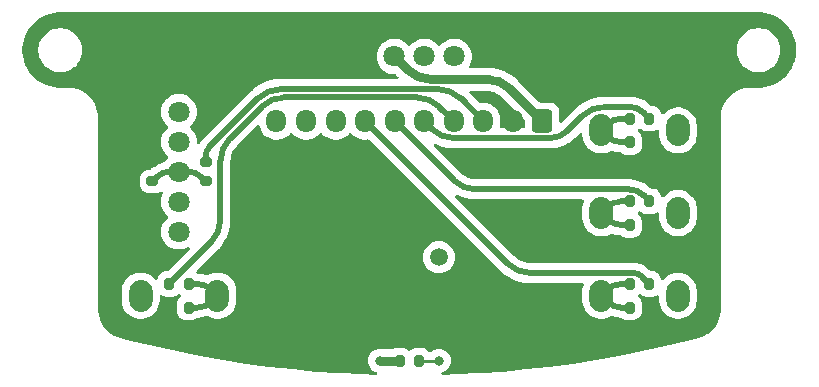
<source format=gbr>
%TF.GenerationSoftware,KiCad,Pcbnew,8.0.3*%
%TF.CreationDate,2024-11-12T18:15:59+09:00*%
%TF.ProjectId,UI-20240325,55492d32-3032-4343-9033-32352e6b6963,rev?*%
%TF.SameCoordinates,Original*%
%TF.FileFunction,Copper,L2,Bot*%
%TF.FilePolarity,Positive*%
%FSLAX46Y46*%
G04 Gerber Fmt 4.6, Leading zero omitted, Abs format (unit mm)*
G04 Created by KiCad (PCBNEW 8.0.3) date 2024-11-12 18:15:59*
%MOMM*%
%LPD*%
G01*
G04 APERTURE LIST*
G04 Aperture macros list*
%AMRoundRect*
0 Rectangle with rounded corners*
0 $1 Rounding radius*
0 $2 $3 $4 $5 $6 $7 $8 $9 X,Y pos of 4 corners*
0 Add a 4 corners polygon primitive as box body*
4,1,4,$2,$3,$4,$5,$6,$7,$8,$9,$2,$3,0*
0 Add four circle primitives for the rounded corners*
1,1,$1+$1,$2,$3*
1,1,$1+$1,$4,$5*
1,1,$1+$1,$6,$7*
1,1,$1+$1,$8,$9*
0 Add four rect primitives between the rounded corners*
20,1,$1+$1,$2,$3,$4,$5,0*
20,1,$1+$1,$4,$5,$6,$7,0*
20,1,$1+$1,$6,$7,$8,$9,0*
20,1,$1+$1,$8,$9,$2,$3,0*%
G04 Aperture macros list end*
%TA.AperFunction,ComponentPad*%
%ADD10O,2.000000X2.700000*%
%TD*%
%TA.AperFunction,ComponentPad*%
%ADD11R,1.800000X1.800000*%
%TD*%
%TA.AperFunction,ComponentPad*%
%ADD12C,1.800000*%
%TD*%
%TA.AperFunction,SMDPad,CuDef*%
%ADD13RoundRect,0.200000X-0.200000X-0.275000X0.200000X-0.275000X0.200000X0.275000X-0.200000X0.275000X0*%
%TD*%
%TA.AperFunction,SMDPad,CuDef*%
%ADD14RoundRect,0.200000X0.200000X0.275000X-0.200000X0.275000X-0.200000X-0.275000X0.200000X-0.275000X0*%
%TD*%
%TA.AperFunction,SMDPad,CuDef*%
%ADD15RoundRect,0.200000X-0.275000X0.200000X-0.275000X-0.200000X0.275000X-0.200000X0.275000X0.200000X0*%
%TD*%
%TA.AperFunction,ComponentPad*%
%ADD16RoundRect,0.250000X0.600000X0.725000X-0.600000X0.725000X-0.600000X-0.725000X0.600000X-0.725000X0*%
%TD*%
%TA.AperFunction,ComponentPad*%
%ADD17O,1.700000X1.950000*%
%TD*%
%TA.AperFunction,ComponentPad*%
%ADD18C,1.500000*%
%TD*%
%TA.AperFunction,ViaPad*%
%ADD19C,0.800000*%
%TD*%
%TA.AperFunction,Conductor*%
%ADD20C,0.500000*%
%TD*%
%TA.AperFunction,Conductor*%
%ADD21C,0.250000*%
%TD*%
%TA.AperFunction,Conductor*%
%ADD22C,0.750000*%
%TD*%
G04 APERTURE END LIST*
D10*
%TO.P,SW2,1,1*%
%TO.N,Net-(R3-Pad2)*%
X-16250000Y-24000000D03*
%TO.P,SW2,2,2*%
%TO.N,+3.3V*%
X-22750000Y-24000000D03*
%TD*%
%TO.P,SW4,1,1*%
%TO.N,Net-(R7-Pad2)*%
X16250000Y-17000000D03*
%TO.P,SW4,2,2*%
%TO.N,+3.3V*%
X22750000Y-17000000D03*
%TD*%
%TO.P,SW3,1,1*%
%TO.N,Net-(R5-Pad2)*%
X16250000Y-10000000D03*
%TO.P,SW3,2,2*%
%TO.N,+3.3V*%
X22750000Y-10000000D03*
%TD*%
%TO.P,SW5,1,1*%
%TO.N,Net-(R11-Pad2)*%
X16250000Y-24000000D03*
%TO.P,SW5,2,2*%
%TO.N,+3.3V*%
X22750000Y-24000000D03*
%TD*%
D11*
%TO.P,U1,1,GND*%
%TO.N,GND*%
X-3810000Y-3739997D03*
D12*
%TO.P,U1,2,VCC*%
%TO.N,+3.3V*%
X-1270000Y-3739997D03*
%TO.P,U1,3,SCL*%
%TO.N,SCL*%
X1270000Y-3739997D03*
%TO.P,U1,4,SDA*%
%TO.N,SDA*%
X3810000Y-3739997D03*
%TD*%
%TO.P,SW1,*%
%TO.N,*%
X-19500000Y-8420000D03*
X-19500000Y-18580000D03*
%TO.P,SW1,1,A*%
%TO.N,+3.3V*%
X-19500000Y-10960000D03*
%TO.P,SW1,2,B*%
%TO.N,Net-(SW1-B)*%
X-19500000Y-13500000D03*
%TO.P,SW1,3,C*%
%TO.N,unconnected-(SW1-C-Pad3)*%
X-19500000Y-16040000D03*
%TD*%
D13*
%TO.P,R10,1*%
%TO.N,+3.3V*%
X-825000Y-29500000D03*
%TO.P,R10,2*%
%TO.N,Net-(D1-A)*%
X825000Y-29500000D03*
%TD*%
D14*
%TO.P,R7,1*%
%TO.N,SW-TAC-4*%
X20325000Y-16000000D03*
%TO.P,R7,2*%
%TO.N,Net-(R7-Pad2)*%
X18675000Y-16000000D03*
%TD*%
%TO.P,R11,1*%
%TO.N,GND*%
X20325000Y-25000000D03*
%TO.P,R11,2*%
%TO.N,Net-(R11-Pad2)*%
X18675000Y-25000000D03*
%TD*%
D15*
%TO.P,R1,1*%
%TO.N,SW-TAC-1*%
X-17250000Y-12675000D03*
%TO.P,R1,2*%
%TO.N,Net-(SW1-B)*%
X-17250000Y-14325000D03*
%TD*%
D14*
%TO.P,R9,1*%
%TO.N,SW-TAC-5*%
X20325000Y-23000000D03*
%TO.P,R9,2*%
%TO.N,Net-(R11-Pad2)*%
X18675000Y-23000000D03*
%TD*%
%TO.P,R6,1*%
%TO.N,GND*%
X20325000Y-11000000D03*
%TO.P,R6,2*%
%TO.N,Net-(R5-Pad2)*%
X18675000Y-11000000D03*
%TD*%
D15*
%TO.P,R2,1*%
%TO.N,GND*%
X-21750000Y-12675000D03*
%TO.P,R2,2*%
%TO.N,Net-(SW1-B)*%
X-21750000Y-14325000D03*
%TD*%
D13*
%TO.P,R4,1*%
%TO.N,GND*%
X-20325000Y-25000000D03*
%TO.P,R4,2*%
%TO.N,Net-(R3-Pad2)*%
X-18675000Y-25000000D03*
%TD*%
D14*
%TO.P,R5,1*%
%TO.N,SW-TAC-3*%
X20325000Y-9000000D03*
%TO.P,R5,2*%
%TO.N,Net-(R5-Pad2)*%
X18675000Y-9000000D03*
%TD*%
D16*
%TO.P,J1,1,Pin_1*%
%TO.N,+3.3V*%
X11250000Y-9214997D03*
D17*
%TO.P,J1,2,Pin_2*%
%TO.N,GND*%
X8750000Y-9214997D03*
%TO.P,J1,3,Pin_3*%
%TO.N,SW-TAC-1*%
X6250000Y-9214997D03*
%TO.P,J1,4,Pin_4*%
%TO.N,SW-TAC-2*%
X3750000Y-9214997D03*
%TO.P,J1,5,Pin_5*%
%TO.N,SW-TAC-3*%
X1250000Y-9214997D03*
%TO.P,J1,6,Pin_6*%
%TO.N,SW-TAC-4*%
X-1250000Y-9214997D03*
%TO.P,J1,7,Pin_7*%
%TO.N,SW-TAC-5*%
X-3750000Y-9214997D03*
%TO.P,J1,8,Pin_8*%
%TO.N,SDA*%
X-6250000Y-9214997D03*
%TO.P,J1,9,Pin_9*%
%TO.N,SCL*%
X-8750000Y-9214997D03*
%TO.P,J1,10,Pin_10*%
%TO.N,BUZZER*%
X-11250000Y-9214997D03*
%TD*%
D14*
%TO.P,R8,1*%
%TO.N,GND*%
X20325000Y-18000000D03*
%TO.P,R8,2*%
%TO.N,Net-(R7-Pad2)*%
X18675000Y-18000000D03*
%TD*%
D13*
%TO.P,R3,1*%
%TO.N,SW-TAC-2*%
X-20325000Y-23000000D03*
%TO.P,R3,2*%
%TO.N,Net-(R3-Pad2)*%
X-18675000Y-23000000D03*
%TD*%
D18*
%TO.P,BZ1,1,+*%
%TO.N,BUZZER*%
X2500000Y-20739997D03*
%TO.P,BZ1,2,-*%
%TO.N,GND*%
X-2500000Y-20739997D03*
%TD*%
D19*
%TO.N,Net-(D1-A)*%
X2500000Y-29500000D03*
%TO.N,+3.3V*%
X-2500000Y-29500000D03*
%TD*%
D20*
%TO.N,Net-(SW1-B)*%
X-19868216Y-13500000D02*
X-19973420Y-13500000D01*
X-20183828Y-13500000D02*
X-20289033Y-13500000D01*
X-19026579Y-13500000D02*
X-19131785Y-13500000D01*
X-19973420Y-13500000D02*
X-20078624Y-13500000D01*
X-19289591Y-13500000D02*
X-19710409Y-13500000D01*
X-18921373Y-13500000D02*
X-19026579Y-13500000D01*
X-18710965Y-13500000D02*
X-18816169Y-13500000D01*
%TO.N,SW-TAC-3*%
X18617893Y-8000000D02*
X16551676Y-8000000D01*
X11978372Y-10639997D02*
X3682627Y-10639997D01*
X14627798Y-8796896D02*
X13354855Y-10069839D01*
X1962500Y-9927497D02*
X1250000Y-9214997D01*
X19825000Y-8500000D02*
X20325000Y-9000000D01*
X1962500Y-9927497D02*
G75*
G03*
X3682627Y-10639999I1720130J1720127D01*
G01*
X16551676Y-8000000D02*
G75*
G03*
X14627805Y-8796903I24J-2720800D01*
G01*
X18617893Y-8000000D02*
G75*
G02*
X19825002Y-8499998I7J-1707100D01*
G01*
X11978372Y-10639997D02*
G75*
G03*
X13354860Y-10069844I28J1946597D01*
G01*
%TO.N,SW-TAC-2*%
X-16796896Y-19471896D02*
X-20325000Y-23000000D01*
X608021Y-7200000D02*
X-10583068Y-7200000D01*
X-16000000Y-17548018D02*
X-16000000Y-12616931D01*
X-15203103Y-10693053D02*
X-12506946Y-7996896D01*
X2531899Y-7996896D02*
X3750000Y-9214997D01*
X-16000000Y-12616931D02*
G75*
G02*
X-15203103Y-10693053I2720777J-2D01*
G01*
X-10583068Y-7200000D02*
G75*
G03*
X-12506946Y-7996896I-2J-2720770D01*
G01*
X-16000000Y-17548018D02*
G75*
G02*
X-16796896Y-19471896I-2720770J-2D01*
G01*
X608021Y-7200000D02*
G75*
G02*
X2531899Y-7996896I2J-2720770D01*
G01*
%TO.N,SW-TAC-1*%
X4331899Y-7296896D02*
X6250000Y-9214997D01*
X-17250000Y-12212500D02*
X-17250000Y-12675000D01*
X-12796896Y-7296896D02*
X-16922963Y-11422963D01*
X-10873018Y-6500000D02*
X2408021Y-6500000D01*
X-17250000Y-12212500D02*
G75*
G02*
X-16922963Y-11422963I1116580J-3D01*
G01*
X4331899Y-7296896D02*
G75*
G03*
X2408021Y-6499998I-1923879J-1923874D01*
G01*
X-12796896Y-7296896D02*
G75*
G02*
X-10873018Y-6500000I1923876J-1923874D01*
G01*
D21*
%TO.N,Net-(D1-A)*%
X2500000Y-29500000D02*
X825000Y-29500000D01*
D22*
%TO.N,+3.3V*%
X8506899Y-6471896D02*
X11250000Y-9214997D01*
X6583021Y-5675000D02*
X1791984Y-5675000D01*
X-131893Y-4878103D02*
X-1270000Y-3739997D01*
X-2500000Y-29500000D02*
X-825000Y-29500000D01*
X-131893Y-4878103D02*
G75*
G03*
X1791984Y-5675000I1923878J1923875D01*
G01*
X8506899Y-6471896D02*
G75*
G03*
X6583021Y-5674998I-1923879J-1923874D01*
G01*
D20*
%TO.N,SW-TAC-4*%
X3738106Y-14203103D02*
X-1250000Y-9214997D01*
X19825000Y-15500000D02*
X20325000Y-16000000D01*
X18617893Y-15000000D02*
X5661984Y-15000000D01*
X3738106Y-14203103D02*
G75*
G03*
X5661984Y-15000002I1923884J1923883D01*
G01*
X19825000Y-15500000D02*
G75*
G03*
X18617893Y-15000003I-1207100J-1207100D01*
G01*
%TO.N,Net-(SW1-B)*%
X-19131785Y-13500000D02*
X-19289591Y-13500000D01*
X-21337500Y-13912500D02*
X-21750000Y-14325000D01*
X-17662500Y-13912500D02*
X-17250000Y-14325000D01*
X-20341636Y-13500000D02*
X-20289033Y-13500000D01*
X-19868216Y-13500000D02*
X-19710409Y-13500000D01*
X-18658363Y-13500000D02*
X-18710965Y-13500000D01*
X-18921373Y-13500000D02*
X-18816169Y-13500000D01*
X-20183828Y-13500000D02*
X-20078624Y-13500000D01*
X-20341636Y-13500000D02*
G75*
G03*
X-21337500Y-13912500I0J-1408365D01*
G01*
X-17662500Y-13912500D02*
G75*
G03*
X-18658363Y-13500000I-995860J-995856D01*
G01*
%TO.N,Net-(R5-Pad2)*%
X17957106Y-11000000D02*
X18675000Y-11000000D01*
X17957106Y-9000000D02*
X18675000Y-9000000D01*
X16750000Y-9500000D02*
G75*
G03*
X16750000Y-10500000I500000J-500000D01*
G01*
X17957106Y-11000000D02*
G75*
G02*
X16749998Y-10500002I-6J1707100D01*
G01*
X16750000Y-9500000D02*
G75*
G02*
X17957106Y-9000003I1207100J-1207100D01*
G01*
%TO.N,Net-(R7-Pad2)*%
X17957106Y-18000000D02*
X18675000Y-18000000D01*
X17957106Y-16000000D02*
X18675000Y-16000000D01*
X17957106Y-18000000D02*
G75*
G02*
X16749998Y-17500002I-6J1707100D01*
G01*
X17957106Y-16000000D02*
G75*
G03*
X16749998Y-16499998I-6J-1707100D01*
G01*
X16750000Y-17500000D02*
G75*
G02*
X16750000Y-16500000I500000J500000D01*
G01*
%TO.N,SW-TAC-5*%
X19716148Y-22391148D02*
X20325000Y-23000000D01*
X18952899Y-22075000D02*
X10236984Y-22075000D01*
X8313106Y-21278103D02*
X-3750000Y-9214997D01*
X18952899Y-22075000D02*
G75*
G02*
X19716149Y-22391147I1J-1079400D01*
G01*
X8313106Y-21278103D02*
G75*
G03*
X10236984Y-22075003I1923894J1923903D01*
G01*
%TO.N,Net-(R3-Pad2)*%
X-17957106Y-23000000D02*
X-18675000Y-23000000D01*
X-17957106Y-25000000D02*
X-18675000Y-25000000D01*
X-17957106Y-25000000D02*
G75*
G03*
X-16750000Y-24500000I-1J1707108D01*
G01*
X-16750000Y-23500000D02*
G75*
G03*
X-17957106Y-23000000I-1207103J-1207097D01*
G01*
X-16750000Y-23500000D02*
G75*
G02*
X-16750000Y-24500000I-499999J-500000D01*
G01*
%TO.N,Net-(R11-Pad2)*%
X17957106Y-25000000D02*
X18675000Y-25000000D01*
X17957106Y-23000000D02*
X18675000Y-23000000D01*
X16750000Y-24500000D02*
G75*
G02*
X16750000Y-23500000I500000J500000D01*
G01*
X16750000Y-23500000D02*
G75*
G02*
X17957106Y-23000003I1207100J-1207100D01*
G01*
X16750000Y-24500000D02*
G75*
G03*
X17957106Y-24999997I1207100J1207100D01*
G01*
%TD*%
%TA.AperFunction,Conductor*%
%TO.N,GND*%
G36*
X6587064Y-6650765D02*
G01*
X6802732Y-6664900D01*
X6818788Y-6667015D01*
X7026769Y-6708385D01*
X7042416Y-6712578D01*
X7243215Y-6780740D01*
X7258193Y-6786944D01*
X7448370Y-6880730D01*
X7462416Y-6888840D01*
X7638713Y-7006637D01*
X7651582Y-7016511D01*
X7814082Y-7159020D01*
X7819989Y-7164552D01*
X7881033Y-7225596D01*
X7885363Y-7229926D01*
X7885374Y-7229936D01*
X9763181Y-9107743D01*
X9796666Y-9169066D01*
X9799500Y-9195424D01*
X9799500Y-9665497D01*
X9779815Y-9732536D01*
X9727011Y-9778291D01*
X9675500Y-9789497D01*
X7792572Y-9789497D01*
X7725533Y-9769812D01*
X7679778Y-9717008D01*
X7669834Y-9647850D01*
X7670099Y-9646099D01*
X7700500Y-9454159D01*
X7700500Y-8975834D01*
X7664784Y-8750336D01*
X7619389Y-8610627D01*
X7594231Y-8533198D01*
X7594229Y-8533195D01*
X7594229Y-8533193D01*
X7536551Y-8419994D01*
X7490579Y-8329769D01*
X7356379Y-8145060D01*
X7194937Y-7983618D01*
X7010228Y-7849418D01*
X7009084Y-7848835D01*
X6806803Y-7745767D01*
X6589660Y-7675212D01*
X6364162Y-7639497D01*
X6364157Y-7639497D01*
X6135843Y-7639497D01*
X6135838Y-7639497D01*
X5975043Y-7664964D01*
X5905749Y-7656009D01*
X5867964Y-7630172D01*
X5099973Y-6862181D01*
X5066488Y-6800858D01*
X5071472Y-6731166D01*
X5113344Y-6675233D01*
X5178808Y-6650816D01*
X5187654Y-6650500D01*
X6492627Y-6650500D01*
X6578954Y-6650500D01*
X6587064Y-6650765D01*
G37*
%TD.AperFunction*%
%TA.AperFunction,Conductor*%
G36*
X29560855Y-12D02*
G01*
X29564854Y-68D01*
X29733491Y-2431D01*
X29745613Y-3198D01*
X30071376Y-39902D01*
X30089519Y-41947D01*
X30103227Y-44276D01*
X30439777Y-121091D01*
X30453139Y-124940D01*
X30778982Y-238957D01*
X30791824Y-244276D01*
X31102675Y-393975D01*
X31102845Y-394057D01*
X31115015Y-400783D01*
X31407311Y-584444D01*
X31418652Y-592491D01*
X31688547Y-807725D01*
X31698915Y-816991D01*
X31943008Y-1061084D01*
X31952274Y-1071452D01*
X32167508Y-1341347D01*
X32175555Y-1352688D01*
X32359216Y-1644984D01*
X32365942Y-1657154D01*
X32515720Y-1968169D01*
X32521042Y-1981017D01*
X32635059Y-2306860D01*
X32638908Y-2320222D01*
X32715723Y-2656772D01*
X32718052Y-2670480D01*
X32756703Y-3013510D01*
X32757483Y-3027394D01*
X32757483Y-3372605D01*
X32756703Y-3386489D01*
X32718052Y-3729519D01*
X32715723Y-3743227D01*
X32638908Y-4079777D01*
X32635059Y-4093139D01*
X32521042Y-4418982D01*
X32515720Y-4431830D01*
X32365942Y-4742845D01*
X32359216Y-4755015D01*
X32175555Y-5047311D01*
X32167508Y-5058652D01*
X31952274Y-5328547D01*
X31943008Y-5338915D01*
X31698915Y-5583008D01*
X31688547Y-5592274D01*
X31418652Y-5807508D01*
X31407311Y-5815555D01*
X31115015Y-5999216D01*
X31102845Y-6005942D01*
X30791830Y-6155720D01*
X30778982Y-6161042D01*
X30453139Y-6275059D01*
X30439777Y-6278908D01*
X30103227Y-6355723D01*
X30089519Y-6358052D01*
X29745625Y-6396800D01*
X29733479Y-6397568D01*
X29560856Y-6399988D01*
X29559118Y-6400000D01*
X28860007Y-6400000D01*
X28826331Y-6400528D01*
X28696318Y-6402567D01*
X28371739Y-6445298D01*
X28371725Y-6445301D01*
X28055510Y-6530030D01*
X28055500Y-6530033D01*
X27753055Y-6655310D01*
X27753045Y-6655314D01*
X27469528Y-6819002D01*
X27209799Y-7018298D01*
X27209792Y-7018304D01*
X26978309Y-7249787D01*
X26930371Y-7312261D01*
X26795146Y-7488490D01*
X26779008Y-7509521D01*
X26779002Y-7509529D01*
X26615319Y-7793034D01*
X26615314Y-7793045D01*
X26490034Y-8095498D01*
X26405299Y-8411732D01*
X26362568Y-8736298D01*
X26362568Y-8736310D01*
X26360007Y-8900011D01*
X26360007Y-25143433D01*
X26359992Y-25145363D01*
X26357563Y-25301378D01*
X26356511Y-25315680D01*
X26315540Y-25625979D01*
X26312357Y-25641931D01*
X26231374Y-25943249D01*
X26226131Y-25958648D01*
X26106398Y-26246783D01*
X26099184Y-26261363D01*
X25942766Y-26531340D01*
X25933706Y-26544850D01*
X25743287Y-26792037D01*
X25732536Y-26804244D01*
X25511408Y-27024369D01*
X25499151Y-27035065D01*
X25251107Y-27224352D01*
X25237556Y-27233351D01*
X24966862Y-27388544D01*
X24952250Y-27395691D01*
X24662677Y-27514480D01*
X24649143Y-27519139D01*
X24499077Y-27561285D01*
X24496883Y-27561880D01*
X23540308Y-27811712D01*
X23538136Y-27812258D01*
X21614281Y-28277755D01*
X21611787Y-28278331D01*
X19678906Y-28703980D01*
X19676400Y-28704505D01*
X17735127Y-29090167D01*
X17732612Y-29090640D01*
X15783782Y-29436152D01*
X15781257Y-29436573D01*
X13825680Y-29741787D01*
X13823147Y-29742155D01*
X11861782Y-30006925D01*
X11859241Y-30007242D01*
X9892703Y-30231483D01*
X9890157Y-30231746D01*
X7919505Y-30415338D01*
X7916954Y-30415549D01*
X5942938Y-30558424D01*
X5940384Y-30558583D01*
X3963789Y-30660682D01*
X3961231Y-30660788D01*
X2845686Y-30695342D01*
X2778069Y-30677742D01*
X2730702Y-30626380D01*
X2718622Y-30557562D01*
X2745665Y-30493139D01*
X2803245Y-30453562D01*
X2805801Y-30452756D01*
X2884727Y-30428814D01*
X3058538Y-30335910D01*
X3210883Y-30210883D01*
X3335910Y-30058538D01*
X3428814Y-29884727D01*
X3486024Y-29696132D01*
X3505341Y-29500000D01*
X3486024Y-29303868D01*
X3428814Y-29115273D01*
X3428811Y-29115269D01*
X3428811Y-29115266D01*
X3335913Y-28941467D01*
X3335909Y-28941460D01*
X3210883Y-28789116D01*
X3058539Y-28664090D01*
X3058532Y-28664086D01*
X2884733Y-28571188D01*
X2884727Y-28571186D01*
X2696132Y-28513976D01*
X2696129Y-28513975D01*
X2500000Y-28494659D01*
X2303870Y-28513975D01*
X2115266Y-28571188D01*
X1941467Y-28664086D01*
X1941460Y-28664090D01*
X1841225Y-28746353D01*
X1776916Y-28773666D01*
X1762560Y-28774500D01*
X1755810Y-28774500D01*
X1688771Y-28754815D01*
X1658865Y-28727815D01*
X1654816Y-28722738D01*
X1527262Y-28595184D01*
X1374523Y-28499211D01*
X1204254Y-28439631D01*
X1204249Y-28439630D01*
X1069960Y-28424500D01*
X1069954Y-28424500D01*
X580046Y-28424500D01*
X580039Y-28424500D01*
X445750Y-28439630D01*
X445745Y-28439631D01*
X275476Y-28499211D01*
X122737Y-28595184D01*
X87681Y-28630241D01*
X26358Y-28663726D01*
X-43334Y-28658742D01*
X-87681Y-28630241D01*
X-122737Y-28595184D01*
X-275476Y-28499211D01*
X-445745Y-28439631D01*
X-445750Y-28439630D01*
X-580039Y-28424500D01*
X-580046Y-28424500D01*
X-1069954Y-28424500D01*
X-1069960Y-28424500D01*
X-1204249Y-28439630D01*
X-1204254Y-28439631D01*
X-1374525Y-28499212D01*
X-1384523Y-28505494D01*
X-1450494Y-28524500D01*
X-2250781Y-28524500D01*
X-2286774Y-28519161D01*
X-2290613Y-28517996D01*
X-2303869Y-28513975D01*
X-2500000Y-28494659D01*
X-2696129Y-28513975D01*
X-2696132Y-28513976D01*
X-2884727Y-28571186D01*
X-2884733Y-28571188D01*
X-3058532Y-28664086D01*
X-3058539Y-28664090D01*
X-3210883Y-28789116D01*
X-3335909Y-28941460D01*
X-3335913Y-28941467D01*
X-3428811Y-29115266D01*
X-3428811Y-29115269D01*
X-3428814Y-29115273D01*
X-3486024Y-29303868D01*
X-3505341Y-29500000D01*
X-3486024Y-29696132D01*
X-3428814Y-29884727D01*
X-3335910Y-30058538D01*
X-3210883Y-30210883D01*
X-3058538Y-30335910D01*
X-2884727Y-30428814D01*
X-2805850Y-30452741D01*
X-2747413Y-30491038D01*
X-2718957Y-30554850D01*
X-2729517Y-30623917D01*
X-2775741Y-30676311D01*
X-2842954Y-30695396D01*
X-2845686Y-30695342D01*
X-3961231Y-30660788D01*
X-3963789Y-30660682D01*
X-5940384Y-30558583D01*
X-5942938Y-30558424D01*
X-7916954Y-30415549D01*
X-7919505Y-30415338D01*
X-9890157Y-30231746D01*
X-9892703Y-30231483D01*
X-11859241Y-30007242D01*
X-11861782Y-30006925D01*
X-13823147Y-29742155D01*
X-13825680Y-29741787D01*
X-15781257Y-29436573D01*
X-15783782Y-29436152D01*
X-17732612Y-29090640D01*
X-17735127Y-29090167D01*
X-19676400Y-28704505D01*
X-19678906Y-28703980D01*
X-21611787Y-28278331D01*
X-21614281Y-28277755D01*
X-23538136Y-27812258D01*
X-23540308Y-27811712D01*
X-24496911Y-27561873D01*
X-24499111Y-27561277D01*
X-24649141Y-27519132D01*
X-24662670Y-27514474D01*
X-24952253Y-27395667D01*
X-24966865Y-27388519D01*
X-25237548Y-27233318D01*
X-25251099Y-27224319D01*
X-25499143Y-27035017D01*
X-25511399Y-27024321D01*
X-25732524Y-26804183D01*
X-25743274Y-26791976D01*
X-25933686Y-26544782D01*
X-25942746Y-26531271D01*
X-26099157Y-26261285D01*
X-26106370Y-26246706D01*
X-26226096Y-25958565D01*
X-26231339Y-25943166D01*
X-26312316Y-25641835D01*
X-26315498Y-25625883D01*
X-26356463Y-25315576D01*
X-26357515Y-25301303D01*
X-26359350Y-25184943D01*
X-26359991Y-25144300D01*
X-26359992Y-25144256D01*
X-26360007Y-25142300D01*
X-26360007Y-23524038D01*
X-24350500Y-23524038D01*
X-24350500Y-24475962D01*
X-24311090Y-24724785D01*
X-24233241Y-24964379D01*
X-24118870Y-25188845D01*
X-23970793Y-25392656D01*
X-23792656Y-25570793D01*
X-23588845Y-25718870D01*
X-23364379Y-25833241D01*
X-23124785Y-25911090D01*
X-22875962Y-25950500D01*
X-22875961Y-25950500D01*
X-22624039Y-25950500D01*
X-22624038Y-25950500D01*
X-22375215Y-25911090D01*
X-22135621Y-25833241D01*
X-22135618Y-25833239D01*
X-22135616Y-25833239D01*
X-22025756Y-25777262D01*
X-21911155Y-25718870D01*
X-21781297Y-25624523D01*
X-21707350Y-25570798D01*
X-21707345Y-25570794D01*
X-21529205Y-25392654D01*
X-21529201Y-25392649D01*
X-21381132Y-25188848D01*
X-21357991Y-25143433D01*
X-21345413Y-25118747D01*
X-21266760Y-24964383D01*
X-21188910Y-24724785D01*
X-21181823Y-24680039D01*
X-21149500Y-24475962D01*
X-21149500Y-24052370D01*
X-21129815Y-23985331D01*
X-21077011Y-23939576D01*
X-21007853Y-23929632D01*
X-20959528Y-23947375D01*
X-20874522Y-24000789D01*
X-20704255Y-24060368D01*
X-20704252Y-24060368D01*
X-20704249Y-24060369D01*
X-20637104Y-24067934D01*
X-20569958Y-24075499D01*
X-20569957Y-24075500D01*
X-20569954Y-24075500D01*
X-20080043Y-24075500D01*
X-20080040Y-24075499D01*
X-20036246Y-24070565D01*
X-19945750Y-24060369D01*
X-19945745Y-24060368D01*
X-19859107Y-24030052D01*
X-19775478Y-24000789D01*
X-19622738Y-23904816D01*
X-19587681Y-23869759D01*
X-19526358Y-23836274D01*
X-19456666Y-23841258D01*
X-19412319Y-23869759D01*
X-19372338Y-23909740D01*
X-19373772Y-23911174D01*
X-19339332Y-23960241D01*
X-19336482Y-24030052D01*
X-19371827Y-24090322D01*
X-19376122Y-24094044D01*
X-19377262Y-24095184D01*
X-19504816Y-24222738D01*
X-19600789Y-24375478D01*
X-19635950Y-24475962D01*
X-19660368Y-24545745D01*
X-19660369Y-24545750D01*
X-19675499Y-24680039D01*
X-19675500Y-24680043D01*
X-19675500Y-25319956D01*
X-19675499Y-25319960D01*
X-19667309Y-25392656D01*
X-19660368Y-25454255D01*
X-19600789Y-25624522D01*
X-19504816Y-25777262D01*
X-19377262Y-25904816D01*
X-19224522Y-26000789D01*
X-19054255Y-26060368D01*
X-19054252Y-26060368D01*
X-19054249Y-26060369D01*
X-18987104Y-26067934D01*
X-18919958Y-26075499D01*
X-18919957Y-26075500D01*
X-18919954Y-26075500D01*
X-18430043Y-26075500D01*
X-18430040Y-26075499D01*
X-18386246Y-26070565D01*
X-18295750Y-26060369D01*
X-18295745Y-26060368D01*
X-18125478Y-26000789D01*
X-17972738Y-25904816D01*
X-17954740Y-25886818D01*
X-17893417Y-25853333D01*
X-17867059Y-25850499D01*
X-17813471Y-25850499D01*
X-17813468Y-25850498D01*
X-17718321Y-25839778D01*
X-17528030Y-25818338D01*
X-17528025Y-25818337D01*
X-17528016Y-25818336D01*
X-17247954Y-25754413D01*
X-17247942Y-25754409D01*
X-17162295Y-25724440D01*
X-17092516Y-25720878D01*
X-17065049Y-25730994D01*
X-16864379Y-25833241D01*
X-16624785Y-25911090D01*
X-16375962Y-25950500D01*
X-16375961Y-25950500D01*
X-16124039Y-25950500D01*
X-16124038Y-25950500D01*
X-15875215Y-25911090D01*
X-15635621Y-25833241D01*
X-15635618Y-25833239D01*
X-15635616Y-25833239D01*
X-15525756Y-25777262D01*
X-15411155Y-25718870D01*
X-15281297Y-25624523D01*
X-15207350Y-25570798D01*
X-15207345Y-25570794D01*
X-15029205Y-25392654D01*
X-15029201Y-25392649D01*
X-14881132Y-25188848D01*
X-14857991Y-25143433D01*
X-14845413Y-25118747D01*
X-14766760Y-24964383D01*
X-14688910Y-24724785D01*
X-14681823Y-24680039D01*
X-14649500Y-24475962D01*
X-14649500Y-23524038D01*
X-14688910Y-23275215D01*
X-14688910Y-23275214D01*
X-14766760Y-23035616D01*
X-14881132Y-22811151D01*
X-15029201Y-22607350D01*
X-15029205Y-22607345D01*
X-15207345Y-22429205D01*
X-15207350Y-22429201D01*
X-15411151Y-22281132D01*
X-15635616Y-22166760D01*
X-15875214Y-22088910D01*
X-15999626Y-22069205D01*
X-16124038Y-22049500D01*
X-16375962Y-22049500D01*
X-16537340Y-22075060D01*
X-16624785Y-22088910D01*
X-16864383Y-22166760D01*
X-17065042Y-22269002D01*
X-17133711Y-22281898D01*
X-17162291Y-22275559D01*
X-17247952Y-22245585D01*
X-17247954Y-22245584D01*
X-17528013Y-22181663D01*
X-17528031Y-22181660D01*
X-17813468Y-22149500D01*
X-17813475Y-22149500D01*
X-17867060Y-22149500D01*
X-17934099Y-22129815D01*
X-17954741Y-22113181D01*
X-17972737Y-22095184D01*
X-17972742Y-22095180D01*
X-17991331Y-22083500D01*
X-18037621Y-22031165D01*
X-18048268Y-21962111D01*
X-18019891Y-21898263D01*
X-18013038Y-21890827D01*
X-16862207Y-20739996D01*
X1144341Y-20739996D01*
X1144341Y-20739997D01*
X1164936Y-20975400D01*
X1164938Y-20975410D01*
X1226094Y-21203652D01*
X1226096Y-21203656D01*
X1226097Y-21203660D01*
X1325965Y-21417827D01*
X1325967Y-21417831D01*
X1434281Y-21572518D01*
X1461505Y-21611398D01*
X1628599Y-21778492D01*
X1676379Y-21811948D01*
X1822165Y-21914029D01*
X1822167Y-21914030D01*
X1822170Y-21914032D01*
X2036337Y-22013900D01*
X2264592Y-22075060D01*
X2422895Y-22088910D01*
X2499999Y-22095656D01*
X2500000Y-22095656D01*
X2500001Y-22095656D01*
X2539234Y-22092223D01*
X2735408Y-22075060D01*
X2963663Y-22013900D01*
X3177830Y-21914032D01*
X3371401Y-21778492D01*
X3538495Y-21611398D01*
X3674035Y-21417827D01*
X3773903Y-21203660D01*
X3835063Y-20975405D01*
X3855659Y-20739997D01*
X3835063Y-20504589D01*
X3773903Y-20276334D01*
X3674035Y-20062168D01*
X3658213Y-20039571D01*
X3538494Y-19868594D01*
X3371402Y-19701503D01*
X3371395Y-19701498D01*
X3177834Y-19565964D01*
X3177830Y-19565962D01*
X3177828Y-19565961D01*
X2963663Y-19466094D01*
X2963659Y-19466093D01*
X2963655Y-19466091D01*
X2735413Y-19404935D01*
X2735403Y-19404933D01*
X2500001Y-19384338D01*
X2499999Y-19384338D01*
X2264596Y-19404933D01*
X2264586Y-19404935D01*
X2036344Y-19466091D01*
X2036335Y-19466095D01*
X1822171Y-19565961D01*
X1822169Y-19565962D01*
X1628597Y-19701502D01*
X1461505Y-19868594D01*
X1325965Y-20062166D01*
X1325964Y-20062168D01*
X1226098Y-20276332D01*
X1226094Y-20276341D01*
X1164938Y-20504583D01*
X1164936Y-20504593D01*
X1144341Y-20739996D01*
X-16862207Y-20739996D01*
X-16136269Y-20014058D01*
X-16071443Y-19949232D01*
X-16005266Y-19868596D01*
X-15848844Y-19677995D01*
X-15848827Y-19677972D01*
X-15653901Y-19386243D01*
X-15653896Y-19386234D01*
X-15488490Y-19076783D01*
X-15488488Y-19076778D01*
X-15487958Y-19075500D01*
X-15457012Y-19000789D01*
X-15354207Y-18752600D01*
X-15252345Y-18416803D01*
X-15252342Y-18416792D01*
X-15183892Y-18072663D01*
X-15159958Y-17829654D01*
X-15149500Y-17723463D01*
X-15149500Y-17548017D01*
X-15149500Y-17458626D01*
X-15149500Y-12620981D01*
X-15149234Y-12612870D01*
X-15134030Y-12380921D01*
X-15131913Y-12364841D01*
X-15087357Y-12140842D01*
X-15083159Y-12125175D01*
X-15009745Y-11908904D01*
X-15003538Y-11893918D01*
X-14902524Y-11689083D01*
X-14894414Y-11675036D01*
X-14767528Y-11485137D01*
X-14757654Y-11472269D01*
X-14745909Y-11458877D01*
X-14604389Y-11297503D01*
X-14598842Y-11291581D01*
X-12880912Y-9573651D01*
X-12819589Y-9540166D01*
X-12749897Y-9545150D01*
X-12693964Y-9587022D01*
X-12670758Y-9641932D01*
X-12664784Y-9679657D01*
X-12594231Y-9896796D01*
X-12490579Y-10100225D01*
X-12356379Y-10284934D01*
X-12194937Y-10446376D01*
X-12010228Y-10580576D01*
X-11806799Y-10684228D01*
X-11605261Y-10749712D01*
X-11589660Y-10754781D01*
X-11364162Y-10790497D01*
X-11364157Y-10790497D01*
X-11135838Y-10790497D01*
X-10910339Y-10754781D01*
X-10779213Y-10712175D01*
X-10693201Y-10684228D01*
X-10693198Y-10684226D01*
X-10693196Y-10684226D01*
X-10585884Y-10629547D01*
X-10489772Y-10580576D01*
X-10305063Y-10446376D01*
X-10143621Y-10284934D01*
X-10100316Y-10225330D01*
X-10044988Y-10182667D01*
X-9975374Y-10176688D01*
X-9913579Y-10209294D01*
X-9899686Y-10225326D01*
X-9856379Y-10284934D01*
X-9694937Y-10446376D01*
X-9510228Y-10580576D01*
X-9306799Y-10684228D01*
X-9105261Y-10749712D01*
X-9089660Y-10754781D01*
X-8864162Y-10790497D01*
X-8864157Y-10790497D01*
X-8635838Y-10790497D01*
X-8410339Y-10754781D01*
X-8279213Y-10712175D01*
X-8193201Y-10684228D01*
X-8193198Y-10684226D01*
X-8193196Y-10684226D01*
X-8085884Y-10629547D01*
X-7989772Y-10580576D01*
X-7805063Y-10446376D01*
X-7643621Y-10284934D01*
X-7600316Y-10225330D01*
X-7544988Y-10182667D01*
X-7475374Y-10176688D01*
X-7413579Y-10209294D01*
X-7399686Y-10225326D01*
X-7356379Y-10284934D01*
X-7194937Y-10446376D01*
X-7010228Y-10580576D01*
X-6806799Y-10684228D01*
X-6605261Y-10749712D01*
X-6589660Y-10754781D01*
X-6364162Y-10790497D01*
X-6364157Y-10790497D01*
X-6135838Y-10790497D01*
X-5910339Y-10754781D01*
X-5779213Y-10712175D01*
X-5693201Y-10684228D01*
X-5693198Y-10684226D01*
X-5693196Y-10684226D01*
X-5585884Y-10629547D01*
X-5489772Y-10580576D01*
X-5305063Y-10446376D01*
X-5143621Y-10284934D01*
X-5100316Y-10225330D01*
X-5044988Y-10182667D01*
X-4975374Y-10176688D01*
X-4913579Y-10209294D01*
X-4899686Y-10225326D01*
X-4856379Y-10284934D01*
X-4694937Y-10446376D01*
X-4510228Y-10580576D01*
X-4306799Y-10684228D01*
X-4105261Y-10749712D01*
X-4089660Y-10754781D01*
X-3864162Y-10790497D01*
X-3864157Y-10790497D01*
X-3635844Y-10790497D01*
X-3635843Y-10790497D01*
X-3475040Y-10765028D01*
X-3405750Y-10773982D01*
X-3367967Y-10799817D01*
X2356253Y-16524038D01*
X7644163Y-21811948D01*
X7644184Y-21811971D01*
X7770294Y-21938081D01*
X7770300Y-21938085D01*
X7774859Y-21942644D01*
X7774906Y-21942687D01*
X7835774Y-22003554D01*
X8107016Y-22226156D01*
X8398770Y-22421100D01*
X8398779Y-22421105D01*
X8398781Y-22421106D01*
X8708219Y-22586505D01*
X8708221Y-22586505D01*
X8708227Y-22586509D01*
X8905801Y-22668347D01*
X9032401Y-22720787D01*
X9032405Y-22720788D01*
X9032407Y-22720789D01*
X9368187Y-22822648D01*
X9712334Y-22891104D01*
X10061534Y-22925499D01*
X10143215Y-22925499D01*
X10143227Y-22925500D01*
X10236979Y-22925500D01*
X10326370Y-22925501D01*
X10326375Y-22925500D01*
X14631868Y-22925500D01*
X14698907Y-22945185D01*
X14744662Y-22997989D01*
X14754606Y-23067147D01*
X14749799Y-23087818D01*
X14688910Y-23275210D01*
X14688910Y-23275213D01*
X14688910Y-23275214D01*
X14688910Y-23275215D01*
X14649500Y-23524038D01*
X14649500Y-24475962D01*
X14681823Y-24680039D01*
X14688910Y-24724785D01*
X14766760Y-24964383D01*
X14845413Y-25118747D01*
X14857991Y-25143433D01*
X14881132Y-25188848D01*
X15029201Y-25392649D01*
X15029205Y-25392654D01*
X15207345Y-25570794D01*
X15207350Y-25570798D01*
X15281297Y-25624523D01*
X15411155Y-25718870D01*
X15525756Y-25777262D01*
X15635616Y-25833239D01*
X15635618Y-25833239D01*
X15635621Y-25833241D01*
X15875215Y-25911090D01*
X16124038Y-25950500D01*
X16124039Y-25950500D01*
X16375961Y-25950500D01*
X16375962Y-25950500D01*
X16624785Y-25911090D01*
X16864379Y-25833241D01*
X17065043Y-25730997D01*
X17133710Y-25718102D01*
X17162290Y-25724441D01*
X17216612Y-25743448D01*
X17247955Y-25754416D01*
X17528018Y-25818338D01*
X17528021Y-25818338D01*
X17528024Y-25818339D01*
X17649606Y-25832037D01*
X17813477Y-25850501D01*
X17867059Y-25850500D01*
X17934098Y-25870183D01*
X17954740Y-25886818D01*
X17972738Y-25904816D01*
X18125478Y-26000789D01*
X18295745Y-26060368D01*
X18295750Y-26060369D01*
X18386246Y-26070565D01*
X18430040Y-26075499D01*
X18430043Y-26075500D01*
X18430046Y-26075500D01*
X18919957Y-26075500D01*
X18919958Y-26075499D01*
X18987104Y-26067934D01*
X19054249Y-26060369D01*
X19054252Y-26060368D01*
X19054255Y-26060368D01*
X19224522Y-26000789D01*
X19377262Y-25904816D01*
X19504816Y-25777262D01*
X19600789Y-25624522D01*
X19660368Y-25454255D01*
X19667309Y-25392656D01*
X19675499Y-25319960D01*
X19675500Y-25319956D01*
X19675500Y-24680043D01*
X19675499Y-24680039D01*
X19660369Y-24545750D01*
X19660368Y-24545745D01*
X19635950Y-24475962D01*
X19600789Y-24375478D01*
X19504816Y-24222738D01*
X19377262Y-24095184D01*
X19372338Y-24090260D01*
X19373772Y-24088825D01*
X19339332Y-24039759D01*
X19336482Y-23969948D01*
X19371827Y-23909678D01*
X19376122Y-23905955D01*
X19377259Y-23904817D01*
X19377262Y-23904816D01*
X19412319Y-23869759D01*
X19473642Y-23836274D01*
X19543334Y-23841258D01*
X19587681Y-23869759D01*
X19622738Y-23904816D01*
X19775478Y-24000789D01*
X19859107Y-24030052D01*
X19945745Y-24060368D01*
X19945750Y-24060369D01*
X20036246Y-24070565D01*
X20080040Y-24075499D01*
X20080043Y-24075500D01*
X20080046Y-24075500D01*
X20569957Y-24075500D01*
X20569958Y-24075499D01*
X20637104Y-24067934D01*
X20704249Y-24060369D01*
X20704252Y-24060368D01*
X20704255Y-24060368D01*
X20874522Y-24000789D01*
X20959528Y-23947375D01*
X21026764Y-23928376D01*
X21093600Y-23948744D01*
X21138814Y-24002011D01*
X21149500Y-24052370D01*
X21149500Y-24475962D01*
X21181823Y-24680039D01*
X21188910Y-24724785D01*
X21266760Y-24964383D01*
X21345413Y-25118747D01*
X21357991Y-25143433D01*
X21381132Y-25188848D01*
X21529201Y-25392649D01*
X21529205Y-25392654D01*
X21707345Y-25570794D01*
X21707350Y-25570798D01*
X21781297Y-25624523D01*
X21911155Y-25718870D01*
X22025756Y-25777262D01*
X22135616Y-25833239D01*
X22135618Y-25833239D01*
X22135621Y-25833241D01*
X22375215Y-25911090D01*
X22624038Y-25950500D01*
X22624039Y-25950500D01*
X22875961Y-25950500D01*
X22875962Y-25950500D01*
X23124785Y-25911090D01*
X23364379Y-25833241D01*
X23588845Y-25718870D01*
X23792656Y-25570793D01*
X23970793Y-25392656D01*
X24118870Y-25188845D01*
X24233241Y-24964379D01*
X24311090Y-24724785D01*
X24350500Y-24475962D01*
X24350500Y-23524038D01*
X24311090Y-23275215D01*
X24233241Y-23035621D01*
X24233239Y-23035618D01*
X24233239Y-23035616D01*
X24177132Y-22925501D01*
X24118870Y-22811155D01*
X24099952Y-22785117D01*
X23970798Y-22607350D01*
X23970794Y-22607345D01*
X23792654Y-22429205D01*
X23792649Y-22429201D01*
X23588848Y-22281132D01*
X23588847Y-22281131D01*
X23588845Y-22281130D01*
X23518747Y-22245413D01*
X23364383Y-22166760D01*
X23124785Y-22088910D01*
X23037340Y-22075060D01*
X22875962Y-22049500D01*
X22624038Y-22049500D01*
X22499626Y-22069205D01*
X22375214Y-22088910D01*
X22135616Y-22166760D01*
X21911151Y-22281132D01*
X21707350Y-22429201D01*
X21707345Y-22429205D01*
X21529205Y-22607345D01*
X21527516Y-22609323D01*
X21526687Y-22609863D01*
X21525762Y-22610789D01*
X21525567Y-22610594D01*
X21469002Y-22647505D01*
X21399134Y-22647991D01*
X21340094Y-22610627D01*
X21312962Y-22552293D01*
X21311917Y-22552532D01*
X21310803Y-22547651D01*
X21310628Y-22547275D01*
X21310506Y-22546351D01*
X21310368Y-22545745D01*
X21250789Y-22375478D01*
X21154816Y-22222738D01*
X21027262Y-22095184D01*
X20995232Y-22075058D01*
X20874523Y-21999211D01*
X20704254Y-21939631D01*
X20704249Y-21939630D01*
X20569960Y-21924500D01*
X20569954Y-21924500D01*
X20503651Y-21924500D01*
X20436612Y-21904815D01*
X20415970Y-21888181D01*
X20353861Y-21826072D01*
X20353858Y-21826067D01*
X20317541Y-21789751D01*
X20317542Y-21789751D01*
X20228098Y-21700308D01*
X20228093Y-21700304D01*
X20228091Y-21700302D01*
X20027389Y-21546298D01*
X20027387Y-21546297D01*
X19808311Y-21419815D01*
X19808294Y-21419806D01*
X19574583Y-21323000D01*
X19574576Y-21322998D01*
X19574574Y-21322997D01*
X19478210Y-21297176D01*
X19330219Y-21257523D01*
X19330206Y-21257520D01*
X19079399Y-21224501D01*
X19079396Y-21224500D01*
X19079390Y-21224500D01*
X19079383Y-21224500D01*
X10241042Y-21224500D01*
X10232931Y-21224234D01*
X10000977Y-21209029D01*
X9984897Y-21206912D01*
X9760898Y-21162356D01*
X9745230Y-21158158D01*
X9528960Y-21084743D01*
X9513975Y-21078536D01*
X9309138Y-20977521D01*
X9295091Y-20969411D01*
X9105192Y-20842525D01*
X9092324Y-20832651D01*
X8917513Y-20679346D01*
X8911605Y-20673813D01*
X8851290Y-20613498D01*
X8851289Y-20613497D01*
X8846959Y-20609167D01*
X8846948Y-20609157D01*
X3899550Y-15661758D01*
X3866065Y-15600435D01*
X3871049Y-15530743D01*
X3912921Y-15474810D01*
X3978385Y-15450393D01*
X4045684Y-15464719D01*
X4133218Y-15511507D01*
X4133220Y-15511507D01*
X4133226Y-15511511D01*
X4457406Y-15645791D01*
X4793188Y-15747650D01*
X5137336Y-15816106D01*
X5486537Y-15850500D01*
X5578217Y-15850500D01*
X14658733Y-15850500D01*
X14725772Y-15870185D01*
X14771527Y-15922989D01*
X14781471Y-15992147D01*
X14769217Y-16030797D01*
X14766760Y-16035617D01*
X14765335Y-16040005D01*
X14688910Y-16275215D01*
X14649500Y-16524038D01*
X14649500Y-17475962D01*
X14660913Y-17548019D01*
X14688910Y-17724785D01*
X14766760Y-17964383D01*
X14881132Y-18188848D01*
X15029201Y-18392649D01*
X15029205Y-18392654D01*
X15207345Y-18570794D01*
X15207350Y-18570798D01*
X15281297Y-18624523D01*
X15411155Y-18718870D01*
X15525756Y-18777262D01*
X15635616Y-18833239D01*
X15635618Y-18833239D01*
X15635621Y-18833241D01*
X15875215Y-18911090D01*
X16124038Y-18950500D01*
X16124039Y-18950500D01*
X16375961Y-18950500D01*
X16375962Y-18950500D01*
X16624785Y-18911090D01*
X16864379Y-18833241D01*
X17065043Y-18730997D01*
X17133710Y-18718102D01*
X17162290Y-18724441D01*
X17216612Y-18743448D01*
X17247955Y-18754416D01*
X17528018Y-18818338D01*
X17528021Y-18818338D01*
X17528024Y-18818339D01*
X17649606Y-18832037D01*
X17813477Y-18850501D01*
X17867059Y-18850500D01*
X17934098Y-18870183D01*
X17954741Y-18886819D01*
X17972738Y-18904816D01*
X18125478Y-19000789D01*
X18295745Y-19060368D01*
X18295750Y-19060369D01*
X18371300Y-19068881D01*
X18430040Y-19075499D01*
X18430043Y-19075500D01*
X18430046Y-19075500D01*
X18919957Y-19075500D01*
X18919958Y-19075499D01*
X18987104Y-19067934D01*
X19054249Y-19060369D01*
X19054252Y-19060368D01*
X19054255Y-19060368D01*
X19224522Y-19000789D01*
X19377262Y-18904816D01*
X19504816Y-18777262D01*
X19600789Y-18624522D01*
X19660368Y-18454255D01*
X19667309Y-18392656D01*
X19667934Y-18387104D01*
X19675500Y-18319954D01*
X19675500Y-17680046D01*
X19661080Y-17552061D01*
X19660369Y-17545750D01*
X19660368Y-17545745D01*
X19635950Y-17475962D01*
X19600789Y-17375478D01*
X19504816Y-17222738D01*
X19377262Y-17095184D01*
X19372338Y-17090260D01*
X19373772Y-17088825D01*
X19339332Y-17039759D01*
X19336482Y-16969948D01*
X19371827Y-16909678D01*
X19376122Y-16905955D01*
X19377259Y-16904817D01*
X19377262Y-16904816D01*
X19412319Y-16869759D01*
X19473642Y-16836274D01*
X19543334Y-16841258D01*
X19587681Y-16869759D01*
X19622738Y-16904816D01*
X19775478Y-17000789D01*
X19886848Y-17039759D01*
X19945745Y-17060368D01*
X19945750Y-17060369D01*
X20036246Y-17070565D01*
X20080040Y-17075499D01*
X20080043Y-17075500D01*
X20080046Y-17075500D01*
X20569957Y-17075500D01*
X20569958Y-17075499D01*
X20637104Y-17067934D01*
X20704249Y-17060369D01*
X20704252Y-17060368D01*
X20704255Y-17060368D01*
X20874522Y-17000789D01*
X20959528Y-16947375D01*
X21026764Y-16928376D01*
X21093600Y-16948744D01*
X21138814Y-17002011D01*
X21149500Y-17052370D01*
X21149500Y-17475962D01*
X21160913Y-17548019D01*
X21188910Y-17724785D01*
X21266760Y-17964383D01*
X21381132Y-18188848D01*
X21529201Y-18392649D01*
X21529205Y-18392654D01*
X21707345Y-18570794D01*
X21707350Y-18570798D01*
X21781297Y-18624523D01*
X21911155Y-18718870D01*
X22025756Y-18777262D01*
X22135616Y-18833239D01*
X22135618Y-18833239D01*
X22135621Y-18833241D01*
X22375215Y-18911090D01*
X22624038Y-18950500D01*
X22624039Y-18950500D01*
X22875961Y-18950500D01*
X22875962Y-18950500D01*
X23124785Y-18911090D01*
X23364379Y-18833241D01*
X23588845Y-18718870D01*
X23792656Y-18570793D01*
X23970793Y-18392656D01*
X24118870Y-18188845D01*
X24233241Y-17964379D01*
X24311090Y-17724785D01*
X24350500Y-17475962D01*
X24350500Y-16524038D01*
X24311090Y-16275215D01*
X24233241Y-16035621D01*
X24233239Y-16035617D01*
X24233239Y-16035616D01*
X24138917Y-15850500D01*
X24118870Y-15811155D01*
X23999972Y-15647505D01*
X23970798Y-15607350D01*
X23970794Y-15607345D01*
X23792654Y-15429205D01*
X23792649Y-15429201D01*
X23588848Y-15281132D01*
X23588847Y-15281131D01*
X23588845Y-15281130D01*
X23490593Y-15231068D01*
X23364383Y-15166760D01*
X23124785Y-15088910D01*
X22875962Y-15049500D01*
X22624038Y-15049500D01*
X22499626Y-15069205D01*
X22375214Y-15088910D01*
X22135616Y-15166760D01*
X21911151Y-15281132D01*
X21707350Y-15429201D01*
X21707345Y-15429205D01*
X21529205Y-15607345D01*
X21527516Y-15609323D01*
X21526687Y-15609863D01*
X21525762Y-15610789D01*
X21525567Y-15610594D01*
X21469002Y-15647505D01*
X21399134Y-15647991D01*
X21340094Y-15610627D01*
X21312962Y-15552293D01*
X21311917Y-15552532D01*
X21310803Y-15547651D01*
X21310628Y-15547275D01*
X21310506Y-15546351D01*
X21310368Y-15545745D01*
X21276690Y-15449500D01*
X21250789Y-15375478D01*
X21154816Y-15222738D01*
X21027262Y-15095184D01*
X21017277Y-15088910D01*
X20874523Y-14999211D01*
X20704254Y-14939631D01*
X20704249Y-14939630D01*
X20569960Y-14924500D01*
X20569954Y-14924500D01*
X20503654Y-14924500D01*
X20436615Y-14904815D01*
X20415977Y-14888185D01*
X20324833Y-14797040D01*
X20100240Y-14617934D01*
X19857006Y-14465100D01*
X19857003Y-14465098D01*
X19598190Y-14340460D01*
X19327044Y-14245583D01*
X19327038Y-14245581D01*
X19046974Y-14181660D01*
X18761526Y-14149499D01*
X18761522Y-14149499D01*
X18617890Y-14149500D01*
X5666038Y-14149500D01*
X5657928Y-14149234D01*
X5637303Y-14147882D01*
X5425975Y-14134030D01*
X5409895Y-14131913D01*
X5185896Y-14087357D01*
X5170228Y-14083159D01*
X5161057Y-14080046D01*
X5129786Y-14069430D01*
X4953959Y-14009745D01*
X4938974Y-14003538D01*
X4734138Y-13902523D01*
X4720091Y-13894413D01*
X4530192Y-13767527D01*
X4517324Y-13757653D01*
X4342523Y-13604356D01*
X4336601Y-13598809D01*
X4271967Y-13534175D01*
X4271956Y-13534165D01*
X2093718Y-11355926D01*
X2060233Y-11294603D01*
X2065217Y-11224911D01*
X2107089Y-11168978D01*
X2172553Y-11144561D01*
X2239851Y-11158886D01*
X2277217Y-11178859D01*
X2388592Y-11224992D01*
X2575235Y-11302303D01*
X2575239Y-11302304D01*
X2575241Y-11302305D01*
X2883930Y-11395945D01*
X3200311Y-11458878D01*
X3200318Y-11458878D01*
X3200320Y-11458879D01*
X3247828Y-11463558D01*
X3521336Y-11490496D01*
X3588858Y-11490496D01*
X3588870Y-11490497D01*
X3598860Y-11490497D01*
X12068414Y-11490497D01*
X12068525Y-11490491D01*
X12115776Y-11490492D01*
X12389284Y-11463557D01*
X12658835Y-11409942D01*
X12921833Y-11330165D01*
X13175745Y-11224992D01*
X13418125Y-11095438D01*
X13646638Y-10942750D01*
X13859085Y-10768398D01*
X13956253Y-10671230D01*
X13987498Y-10639985D01*
X14437819Y-10189662D01*
X14499142Y-10156178D01*
X14568833Y-10161162D01*
X14624767Y-10203033D01*
X14649184Y-10268498D01*
X14649500Y-10277344D01*
X14649500Y-10475962D01*
X14666069Y-10580575D01*
X14688910Y-10724785D01*
X14766760Y-10964383D01*
X14833293Y-11094960D01*
X14876041Y-11178858D01*
X14881132Y-11188848D01*
X15029201Y-11392649D01*
X15029205Y-11392654D01*
X15207345Y-11570794D01*
X15207350Y-11570798D01*
X15352983Y-11676606D01*
X15411155Y-11718870D01*
X15525756Y-11777262D01*
X15635616Y-11833239D01*
X15635618Y-11833239D01*
X15635621Y-11833241D01*
X15875215Y-11911090D01*
X16124038Y-11950500D01*
X16124039Y-11950500D01*
X16375961Y-11950500D01*
X16375962Y-11950500D01*
X16624785Y-11911090D01*
X16864379Y-11833241D01*
X17065043Y-11730997D01*
X17133710Y-11718102D01*
X17162290Y-11724441D01*
X17216612Y-11743448D01*
X17247955Y-11754416D01*
X17528018Y-11818338D01*
X17528021Y-11818338D01*
X17528024Y-11818339D01*
X17649606Y-11832037D01*
X17813477Y-11850501D01*
X17867059Y-11850500D01*
X17934098Y-11870183D01*
X17954741Y-11886819D01*
X17972738Y-11904816D01*
X18125478Y-12000789D01*
X18295745Y-12060368D01*
X18295750Y-12060369D01*
X18386246Y-12070565D01*
X18430040Y-12075499D01*
X18430043Y-12075500D01*
X18430046Y-12075500D01*
X18919957Y-12075500D01*
X18919958Y-12075499D01*
X18988844Y-12067738D01*
X19054249Y-12060369D01*
X19054252Y-12060368D01*
X19054255Y-12060368D01*
X19224522Y-12000789D01*
X19377262Y-11904816D01*
X19504816Y-11777262D01*
X19600789Y-11624522D01*
X19660368Y-11454255D01*
X19667309Y-11392656D01*
X19671447Y-11355926D01*
X19675500Y-11319954D01*
X19675500Y-10680046D01*
X19670565Y-10636246D01*
X19660369Y-10545750D01*
X19660368Y-10545745D01*
X19635950Y-10475962D01*
X19600789Y-10375478D01*
X19504816Y-10222738D01*
X19377262Y-10095184D01*
X19372338Y-10090260D01*
X19373772Y-10088825D01*
X19339332Y-10039759D01*
X19336482Y-9969948D01*
X19371827Y-9909678D01*
X19376122Y-9905955D01*
X19377259Y-9904817D01*
X19377262Y-9904816D01*
X19412319Y-9869759D01*
X19473642Y-9836274D01*
X19543334Y-9841258D01*
X19587681Y-9869759D01*
X19622738Y-9904816D01*
X19775478Y-10000789D01*
X19873862Y-10035215D01*
X19945745Y-10060368D01*
X19945750Y-10060369D01*
X20036246Y-10070565D01*
X20080040Y-10075499D01*
X20080043Y-10075500D01*
X20080046Y-10075500D01*
X20569957Y-10075500D01*
X20569958Y-10075499D01*
X20637104Y-10067934D01*
X20704249Y-10060369D01*
X20704252Y-10060368D01*
X20704255Y-10060368D01*
X20874522Y-10000789D01*
X20959528Y-9947375D01*
X21026764Y-9928376D01*
X21093600Y-9948744D01*
X21138814Y-10002011D01*
X21149500Y-10052370D01*
X21149500Y-10475962D01*
X21166069Y-10580575D01*
X21188910Y-10724785D01*
X21266760Y-10964383D01*
X21333293Y-11094960D01*
X21376041Y-11178858D01*
X21381132Y-11188848D01*
X21529201Y-11392649D01*
X21529205Y-11392654D01*
X21707345Y-11570794D01*
X21707350Y-11570798D01*
X21852983Y-11676606D01*
X21911155Y-11718870D01*
X22025756Y-11777262D01*
X22135616Y-11833239D01*
X22135618Y-11833239D01*
X22135621Y-11833241D01*
X22375215Y-11911090D01*
X22624038Y-11950500D01*
X22624039Y-11950500D01*
X22875961Y-11950500D01*
X22875962Y-11950500D01*
X23124785Y-11911090D01*
X23364379Y-11833241D01*
X23588845Y-11718870D01*
X23792656Y-11570793D01*
X23970793Y-11392656D01*
X24118870Y-11188845D01*
X24233241Y-10964379D01*
X24311090Y-10724785D01*
X24350500Y-10475962D01*
X24350500Y-9524038D01*
X24311090Y-9275215D01*
X24233241Y-9035621D01*
X24233239Y-9035618D01*
X24233239Y-9035616D01*
X24164144Y-8900011D01*
X24118870Y-8811155D01*
X24074683Y-8750336D01*
X23970798Y-8607350D01*
X23970794Y-8607345D01*
X23792654Y-8429205D01*
X23792649Y-8429201D01*
X23588848Y-8281132D01*
X23588847Y-8281131D01*
X23588845Y-8281130D01*
X23518747Y-8245413D01*
X23364383Y-8166760D01*
X23124785Y-8088910D01*
X22875962Y-8049500D01*
X22624038Y-8049500D01*
X22499626Y-8069205D01*
X22375214Y-8088910D01*
X22135616Y-8166760D01*
X21911151Y-8281132D01*
X21707350Y-8429201D01*
X21707345Y-8429205D01*
X21529205Y-8607345D01*
X21527516Y-8609323D01*
X21526687Y-8609863D01*
X21525762Y-8610789D01*
X21525567Y-8610594D01*
X21469002Y-8647505D01*
X21399134Y-8647991D01*
X21340094Y-8610627D01*
X21312962Y-8552293D01*
X21311917Y-8552532D01*
X21310803Y-8547651D01*
X21310628Y-8547275D01*
X21310506Y-8546351D01*
X21310368Y-8545745D01*
X21305976Y-8533193D01*
X21250789Y-8375478D01*
X21222067Y-8329768D01*
X21154815Y-8222737D01*
X21027262Y-8095184D01*
X20874523Y-7999211D01*
X20704254Y-7939631D01*
X20704249Y-7939630D01*
X20569960Y-7924500D01*
X20569954Y-7924500D01*
X20503654Y-7924500D01*
X20436615Y-7904815D01*
X20415977Y-7888185D01*
X20324833Y-7797040D01*
X20100240Y-7617934D01*
X19857006Y-7465100D01*
X19857003Y-7465098D01*
X19598190Y-7340460D01*
X19327044Y-7245583D01*
X19327038Y-7245581D01*
X19046974Y-7181660D01*
X18761526Y-7149499D01*
X18761522Y-7149499D01*
X18617890Y-7149500D01*
X16647193Y-7149500D01*
X16647173Y-7149499D01*
X16603038Y-7149499D01*
X16603010Y-7149491D01*
X16376226Y-7149491D01*
X16075470Y-7179115D01*
X16027023Y-7183888D01*
X16027021Y-7183888D01*
X16027014Y-7183889D01*
X15682872Y-7252346D01*
X15347099Y-7354204D01*
X15022913Y-7488488D01*
X15022908Y-7488490D01*
X14713470Y-7653889D01*
X14713452Y-7653900D01*
X14421712Y-7848835D01*
X14421698Y-7848845D01*
X14150463Y-8071442D01*
X14078568Y-8143336D01*
X14026404Y-8195499D01*
X14026405Y-8195500D01*
X14026404Y-8195501D01*
X13963195Y-8258710D01*
X13963193Y-8258712D01*
X12912181Y-9309723D01*
X12850858Y-9343208D01*
X12781166Y-9338224D01*
X12725233Y-9296352D01*
X12700816Y-9230888D01*
X12700500Y-9222042D01*
X12700500Y-8416045D01*
X12700500Y-8416043D01*
X12697683Y-8374502D01*
X12691156Y-8348258D01*
X12668887Y-8258712D01*
X12653037Y-8194976D01*
X12570842Y-8029244D01*
X12498809Y-7939632D01*
X12454940Y-7885056D01*
X12340459Y-7793034D01*
X12310753Y-7769155D01*
X12310751Y-7769154D01*
X12310750Y-7769153D01*
X12145023Y-7686961D01*
X12145021Y-7686960D01*
X11965497Y-7642314D01*
X11965501Y-7642314D01*
X11934339Y-7640201D01*
X11923954Y-7639497D01*
X11923952Y-7639497D01*
X11105427Y-7639497D01*
X11038388Y-7619812D01*
X11017746Y-7603178D01*
X9230685Y-5816117D01*
X9230683Y-5816114D01*
X9179246Y-5764676D01*
X9179241Y-5764672D01*
X9124936Y-5710367D01*
X9124888Y-5710323D01*
X9082568Y-5668003D01*
X8835319Y-5460535D01*
X8570926Y-5275404D01*
X8570923Y-5275402D01*
X8570920Y-5275400D01*
X8439573Y-5199567D01*
X8291402Y-5114020D01*
X8291386Y-5114012D01*
X7998889Y-4977617D01*
X7998881Y-4977614D01*
X7998879Y-4977613D01*
X7998872Y-4977610D01*
X7695571Y-4867217D01*
X7497920Y-4814256D01*
X7383805Y-4783679D01*
X7383798Y-4783678D01*
X7065944Y-4727631D01*
X6744407Y-4699500D01*
X6744404Y-4699500D01*
X6679099Y-4699500D01*
X5204613Y-4699500D01*
X5137574Y-4679815D01*
X5091819Y-4627011D01*
X5081875Y-4557853D01*
X5100805Y-4507678D01*
X5134172Y-4456605D01*
X5134173Y-4456604D01*
X5234063Y-4228878D01*
X5295108Y-3987818D01*
X5310994Y-3796104D01*
X5315643Y-3740002D01*
X5315643Y-3739991D01*
X5295109Y-3492184D01*
X5295107Y-3492172D01*
X5234063Y-3251115D01*
X5158439Y-3078711D01*
X27709507Y-3078711D01*
X27709507Y-3321288D01*
X27741168Y-3561785D01*
X27803954Y-3796104D01*
X27883361Y-3987809D01*
X27896783Y-4020212D01*
X28018071Y-4230289D01*
X28018073Y-4230292D01*
X28018074Y-4230293D01*
X28165740Y-4422736D01*
X28165746Y-4422743D01*
X28337263Y-4594260D01*
X28337270Y-4594266D01*
X28429165Y-4664779D01*
X28529718Y-4741936D01*
X28739795Y-4863224D01*
X28963907Y-4956054D01*
X29198218Y-5018838D01*
X29378593Y-5042584D01*
X29438718Y-5050500D01*
X29438719Y-5050500D01*
X29681296Y-5050500D01*
X29729395Y-5044167D01*
X29921796Y-5018838D01*
X30156107Y-4956054D01*
X30380219Y-4863224D01*
X30590296Y-4741936D01*
X30782745Y-4594265D01*
X30954272Y-4422738D01*
X31101943Y-4230289D01*
X31223231Y-4020212D01*
X31316061Y-3796100D01*
X31378845Y-3561789D01*
X31410507Y-3321288D01*
X31410507Y-3078712D01*
X31378845Y-2838211D01*
X31316061Y-2603900D01*
X31223231Y-2379788D01*
X31101943Y-2169711D01*
X31041025Y-2090321D01*
X30954273Y-1977263D01*
X30954267Y-1977256D01*
X30782750Y-1805739D01*
X30782743Y-1805733D01*
X30590300Y-1658067D01*
X30590299Y-1658066D01*
X30590296Y-1658064D01*
X30380219Y-1536776D01*
X30380212Y-1536773D01*
X30156111Y-1443947D01*
X29921792Y-1381161D01*
X29681296Y-1349500D01*
X29681295Y-1349500D01*
X29438719Y-1349500D01*
X29438718Y-1349500D01*
X29198221Y-1381161D01*
X28963902Y-1443947D01*
X28739801Y-1536773D01*
X28739792Y-1536777D01*
X28529713Y-1658067D01*
X28337270Y-1805733D01*
X28337263Y-1805739D01*
X28165746Y-1977256D01*
X28165740Y-1977263D01*
X28018074Y-2169706D01*
X27896784Y-2379785D01*
X27896780Y-2379794D01*
X27803954Y-2603895D01*
X27741168Y-2838214D01*
X27709507Y-3078711D01*
X5158439Y-3078711D01*
X5134173Y-3023390D01*
X4998166Y-2815214D01*
X4976557Y-2791741D01*
X4829744Y-2632259D01*
X4633509Y-2479523D01*
X4633507Y-2479522D01*
X4633506Y-2479521D01*
X4414811Y-2361169D01*
X4414802Y-2361166D01*
X4179616Y-2280426D01*
X3934335Y-2239497D01*
X3685665Y-2239497D01*
X3440383Y-2280426D01*
X3205197Y-2361166D01*
X3205188Y-2361169D01*
X2986493Y-2479521D01*
X2790257Y-2632258D01*
X2631230Y-2805007D01*
X2571342Y-2840998D01*
X2501504Y-2838897D01*
X2448770Y-2805007D01*
X2409108Y-2761923D01*
X2289744Y-2632259D01*
X2093509Y-2479523D01*
X2093507Y-2479522D01*
X2093506Y-2479521D01*
X1874811Y-2361169D01*
X1874802Y-2361166D01*
X1639616Y-2280426D01*
X1394335Y-2239497D01*
X1145665Y-2239497D01*
X900383Y-2280426D01*
X665197Y-2361166D01*
X665188Y-2361169D01*
X446493Y-2479521D01*
X250257Y-2632258D01*
X91230Y-2805007D01*
X31342Y-2840998D01*
X-38496Y-2838897D01*
X-91230Y-2805007D01*
X-250257Y-2632258D01*
X-446493Y-2479521D01*
X-665188Y-2361169D01*
X-665197Y-2361166D01*
X-900383Y-2280426D01*
X-1145665Y-2239497D01*
X-1394335Y-2239497D01*
X-1639616Y-2280426D01*
X-1874802Y-2361166D01*
X-1874811Y-2361169D01*
X-2093506Y-2479521D01*
X-2093507Y-2479522D01*
X-2093509Y-2479523D01*
X-2289744Y-2632259D01*
X-2436557Y-2791741D01*
X-2458166Y-2815214D01*
X-2594173Y-3023390D01*
X-2694063Y-3251115D01*
X-2755107Y-3492172D01*
X-2755109Y-3492184D01*
X-2775643Y-3739991D01*
X-2775643Y-3740002D01*
X-2770994Y-3796104D01*
X-2755108Y-3987818D01*
X-2694063Y-4228878D01*
X-2594173Y-4456604D01*
X-2458164Y-4664782D01*
X-2289744Y-4847735D01*
X-2093509Y-5000471D01*
X-1874810Y-5118825D01*
X-1639614Y-5199568D01*
X-1394335Y-5240497D01*
X-1200427Y-5240497D01*
X-1133388Y-5260182D01*
X-1112746Y-5276816D01*
X-951743Y-5437819D01*
X-918258Y-5499142D01*
X-923242Y-5568834D01*
X-965114Y-5624767D01*
X-1030578Y-5649184D01*
X-1039424Y-5649500D01*
X-10783626Y-5649500D01*
X-10873017Y-5649500D01*
X-11048463Y-5649500D01*
X-11134659Y-5657989D01*
X-11397663Y-5683892D01*
X-11741792Y-5752342D01*
X-11741803Y-5752345D01*
X-12077600Y-5854207D01*
X-12401778Y-5988488D01*
X-12401783Y-5988490D01*
X-12711234Y-6153896D01*
X-12711243Y-6153901D01*
X-13002972Y-6348827D01*
X-13002995Y-6348844D01*
X-13224250Y-6530424D01*
X-13274232Y-6571443D01*
X-13339058Y-6636269D01*
X-17456810Y-10754021D01*
X-17456833Y-10754042D01*
X-17479583Y-10776793D01*
X-17479596Y-10776807D01*
X-17479609Y-10776820D01*
X-17550369Y-10847580D01*
X-17587921Y-10885132D01*
X-17587930Y-10885142D01*
X-17602471Y-10899683D01*
X-17740222Y-11072418D01*
X-17773126Y-11124784D01*
X-17825459Y-11171075D01*
X-17894512Y-11181724D01*
X-17958361Y-11153349D01*
X-17996733Y-11094960D01*
X-18001696Y-11048573D01*
X-17998304Y-11007633D01*
X-17994357Y-10960000D01*
X-17994357Y-10959994D01*
X-18014890Y-10712187D01*
X-18014892Y-10712175D01*
X-18075936Y-10471118D01*
X-18175826Y-10243393D01*
X-18311833Y-10035217D01*
X-18480257Y-9852261D01*
X-18504400Y-9833469D01*
X-18563008Y-9787852D01*
X-18603821Y-9731143D01*
X-18607496Y-9661370D01*
X-18572864Y-9600687D01*
X-18563014Y-9592151D01*
X-18480256Y-9527738D01*
X-18311836Y-9344785D01*
X-18311833Y-9344782D01*
X-18175826Y-9136606D01*
X-18075936Y-8908881D01*
X-18014892Y-8667824D01*
X-18014890Y-8667812D01*
X-17994357Y-8420005D01*
X-17994357Y-8419994D01*
X-18014890Y-8172187D01*
X-18014892Y-8172175D01*
X-18075936Y-7931118D01*
X-18175826Y-7703393D01*
X-18311833Y-7495217D01*
X-18480257Y-7312261D01*
X-18676493Y-7159524D01*
X-18895188Y-7041172D01*
X-18895197Y-7041169D01*
X-19130383Y-6960429D01*
X-19375665Y-6919500D01*
X-19624335Y-6919500D01*
X-19869616Y-6960429D01*
X-20104802Y-7041169D01*
X-20104811Y-7041172D01*
X-20323506Y-7159524D01*
X-20323507Y-7159525D01*
X-20323509Y-7159526D01*
X-20519744Y-7312262D01*
X-20660439Y-7465098D01*
X-20688166Y-7495217D01*
X-20824173Y-7703393D01*
X-20924063Y-7931118D01*
X-20985107Y-8172175D01*
X-20985109Y-8172187D01*
X-21005643Y-8419994D01*
X-21005643Y-8420005D01*
X-20986751Y-8647991D01*
X-20985108Y-8667821D01*
X-20924063Y-8908881D01*
X-20824173Y-9136607D01*
X-20688164Y-9344785D01*
X-20519744Y-9527738D01*
X-20436991Y-9592147D01*
X-20396179Y-9648857D01*
X-20392504Y-9718630D01*
X-20427136Y-9779313D01*
X-20436985Y-9787848D01*
X-20519744Y-9852262D01*
X-20635477Y-9977982D01*
X-20688166Y-10035217D01*
X-20824173Y-10243393D01*
X-20924063Y-10471118D01*
X-20985107Y-10712175D01*
X-20985109Y-10712187D01*
X-21005643Y-10959994D01*
X-21005643Y-10960005D01*
X-20986680Y-11188848D01*
X-20985108Y-11207821D01*
X-20924063Y-11448881D01*
X-20824173Y-11676607D01*
X-20688164Y-11884785D01*
X-20519744Y-12067738D01*
X-20436991Y-12132147D01*
X-20396179Y-12188857D01*
X-20392504Y-12258630D01*
X-20427136Y-12319313D01*
X-20436985Y-12327848D01*
X-20519744Y-12392262D01*
X-20688164Y-12575215D01*
X-20718064Y-12620981D01*
X-20733937Y-12645276D01*
X-20787084Y-12690632D01*
X-20810154Y-12698345D01*
X-20967954Y-12734361D01*
X-20967966Y-12734365D01*
X-21207421Y-12818155D01*
X-21207443Y-12818164D01*
X-21436007Y-12928234D01*
X-21436013Y-12928238D01*
X-21650835Y-13063220D01*
X-21801203Y-13183134D01*
X-21849198Y-13221409D01*
X-21915970Y-13288181D01*
X-21977293Y-13321666D01*
X-22003651Y-13324500D01*
X-22069960Y-13324500D01*
X-22204249Y-13339630D01*
X-22204254Y-13339631D01*
X-22374523Y-13399211D01*
X-22527262Y-13495184D01*
X-22654816Y-13622738D01*
X-22750789Y-13775478D01*
X-22810368Y-13945745D01*
X-22825500Y-14080046D01*
X-22825500Y-14569954D01*
X-22810368Y-14704255D01*
X-22750789Y-14874522D01*
X-22654816Y-15027262D01*
X-22527262Y-15154816D01*
X-22374522Y-15250789D01*
X-22204255Y-15310368D01*
X-22204252Y-15310368D01*
X-22204249Y-15310369D01*
X-22137104Y-15317934D01*
X-22069958Y-15325499D01*
X-22069957Y-15325500D01*
X-22069954Y-15325500D01*
X-21430043Y-15325500D01*
X-21430040Y-15325499D01*
X-21386246Y-15320565D01*
X-21295750Y-15310369D01*
X-21295745Y-15310368D01*
X-21267041Y-15300324D01*
X-21125478Y-15250789D01*
X-21125477Y-15250788D01*
X-21125473Y-15250787D01*
X-21007142Y-15176434D01*
X-20939906Y-15157433D01*
X-20873071Y-15177800D01*
X-20827856Y-15231068D01*
X-20818618Y-15300324D01*
X-20827614Y-15331237D01*
X-20924063Y-15551118D01*
X-20985107Y-15792175D01*
X-20985109Y-15792187D01*
X-21005280Y-16035621D01*
X-21005643Y-16040000D01*
X-20985108Y-16287821D01*
X-20924063Y-16528881D01*
X-20824173Y-16756607D01*
X-20688164Y-16964785D01*
X-20519744Y-17147738D01*
X-20436991Y-17212147D01*
X-20396179Y-17268857D01*
X-20392504Y-17338630D01*
X-20427136Y-17399313D01*
X-20436985Y-17407848D01*
X-20519744Y-17472262D01*
X-20587394Y-17545750D01*
X-20688166Y-17655217D01*
X-20824173Y-17863393D01*
X-20924063Y-18091118D01*
X-20985107Y-18332175D01*
X-20985109Y-18332187D01*
X-21005643Y-18579994D01*
X-21005643Y-18580005D01*
X-20985894Y-18818338D01*
X-20985108Y-18827821D01*
X-20924063Y-19068881D01*
X-20824173Y-19296607D01*
X-20688164Y-19504785D01*
X-20519744Y-19687738D01*
X-20323509Y-19840474D01*
X-20104810Y-19958828D01*
X-19869614Y-20039571D01*
X-19624335Y-20080500D01*
X-19375665Y-20080500D01*
X-19130386Y-20039571D01*
X-18895190Y-19958828D01*
X-18753222Y-19881998D01*
X-18684894Y-19867404D01*
X-18619522Y-19892067D01*
X-18577861Y-19948157D01*
X-18573139Y-20017867D01*
X-18606524Y-20078735D01*
X-20415970Y-21888181D01*
X-20477293Y-21921666D01*
X-20503651Y-21924500D01*
X-20569960Y-21924500D01*
X-20704249Y-21939630D01*
X-20704254Y-21939631D01*
X-20874523Y-21999211D01*
X-20995232Y-22075058D01*
X-21027262Y-22095184D01*
X-21154816Y-22222738D01*
X-21250789Y-22375478D01*
X-21310368Y-22545745D01*
X-21311917Y-22552532D01*
X-21313976Y-22552061D01*
X-21337071Y-22607053D01*
X-21394658Y-22646619D01*
X-21464495Y-22648770D01*
X-21524408Y-22612824D01*
X-21527516Y-22609323D01*
X-21529205Y-22607345D01*
X-21707345Y-22429205D01*
X-21707350Y-22429201D01*
X-21911151Y-22281132D01*
X-22135616Y-22166760D01*
X-22375214Y-22088910D01*
X-22499626Y-22069205D01*
X-22624038Y-22049500D01*
X-22875962Y-22049500D01*
X-23037340Y-22075060D01*
X-23124785Y-22088910D01*
X-23364383Y-22166760D01*
X-23518747Y-22245413D01*
X-23588845Y-22281130D01*
X-23588847Y-22281131D01*
X-23588848Y-22281132D01*
X-23792649Y-22429201D01*
X-23792654Y-22429205D01*
X-23970794Y-22607345D01*
X-23970798Y-22607350D01*
X-24099952Y-22785117D01*
X-24118870Y-22811155D01*
X-24177132Y-22925501D01*
X-24233239Y-23035616D01*
X-24233239Y-23035618D01*
X-24233241Y-23035621D01*
X-24311090Y-23275215D01*
X-24350500Y-23524038D01*
X-26360007Y-23524038D01*
X-26360007Y-8905920D01*
X-26362197Y-8741973D01*
X-26379368Y-8609323D01*
X-26404288Y-8416812D01*
X-26415277Y-8375476D01*
X-26488524Y-8099941D01*
X-26613454Y-7796811D01*
X-26613457Y-7796803D01*
X-26776942Y-7512605D01*
X-26776944Y-7512603D01*
X-26790247Y-7495217D01*
X-26976184Y-7252205D01*
X-26976183Y-7252205D01*
X-26976187Y-7252201D01*
X-26976188Y-7252200D01*
X-27207743Y-7020096D01*
X-27207744Y-7020095D01*
X-27467676Y-6820234D01*
X-27467679Y-6820231D01*
X-27751490Y-6656074D01*
X-28054331Y-6530424D01*
X-28054332Y-6530423D01*
X-28054334Y-6530423D01*
X-28130981Y-6509853D01*
X-28370996Y-6445439D01*
X-28371000Y-6445438D01*
X-28371002Y-6445438D01*
X-28449203Y-6435126D01*
X-28696058Y-6402577D01*
X-28696048Y-6402577D01*
X-28766321Y-6401472D01*
X-28860000Y-6400000D01*
X-28860020Y-6400000D01*
X-29559141Y-6400000D01*
X-29560813Y-6399989D01*
X-29566207Y-6399916D01*
X-29733455Y-6397657D01*
X-29745663Y-6396888D01*
X-30089534Y-6358144D01*
X-30103244Y-6355815D01*
X-30439807Y-6278996D01*
X-30453168Y-6275147D01*
X-30779016Y-6161129D01*
X-30791864Y-6155807D01*
X-31102891Y-6006024D01*
X-31115061Y-5999298D01*
X-31407366Y-5815631D01*
X-31418707Y-5807584D01*
X-31688610Y-5592344D01*
X-31698978Y-5583078D01*
X-31943079Y-5338978D01*
X-31952345Y-5328610D01*
X-32167586Y-5058706D01*
X-32175633Y-5047365D01*
X-32359300Y-4755060D01*
X-32366026Y-4742890D01*
X-32515808Y-4431866D01*
X-32521130Y-4419019D01*
X-32635151Y-4093166D01*
X-32639000Y-4079804D01*
X-32715818Y-3743244D01*
X-32718147Y-3729534D01*
X-32756798Y-3386494D01*
X-32757578Y-3372611D01*
X-32757578Y-3078712D01*
X-31410507Y-3078712D01*
X-31410507Y-3321288D01*
X-31378845Y-3561789D01*
X-31316061Y-3796100D01*
X-31223231Y-4020212D01*
X-31101943Y-4230289D01*
X-30954272Y-4422738D01*
X-30782745Y-4594265D01*
X-30590296Y-4741936D01*
X-30380219Y-4863224D01*
X-30156107Y-4956054D01*
X-29921796Y-5018838D01*
X-29729395Y-5044167D01*
X-29681296Y-5050500D01*
X-29681295Y-5050500D01*
X-29438718Y-5050500D01*
X-29378593Y-5042584D01*
X-29198218Y-5018838D01*
X-28963907Y-4956054D01*
X-28739795Y-4863224D01*
X-28529718Y-4741936D01*
X-28429165Y-4664779D01*
X-28337270Y-4594266D01*
X-28337263Y-4594260D01*
X-28165746Y-4422743D01*
X-28165740Y-4422736D01*
X-28018074Y-4230293D01*
X-28018073Y-4230292D01*
X-28018071Y-4230289D01*
X-27896783Y-4020212D01*
X-27883361Y-3987809D01*
X-27803954Y-3796104D01*
X-27741168Y-3561785D01*
X-27709507Y-3321288D01*
X-27709507Y-3078711D01*
X-27741168Y-2838214D01*
X-27803954Y-2603895D01*
X-27896780Y-2379794D01*
X-27896784Y-2379785D01*
X-28018074Y-2169706D01*
X-28165740Y-1977263D01*
X-28165746Y-1977256D01*
X-28337263Y-1805739D01*
X-28337270Y-1805733D01*
X-28529713Y-1658067D01*
X-28739792Y-1536777D01*
X-28739801Y-1536773D01*
X-28963902Y-1443947D01*
X-29198221Y-1381161D01*
X-29438718Y-1349500D01*
X-29438719Y-1349500D01*
X-29681295Y-1349500D01*
X-29681296Y-1349500D01*
X-29921792Y-1381161D01*
X-30156111Y-1443947D01*
X-30380212Y-1536773D01*
X-30380219Y-1536776D01*
X-30590296Y-1658064D01*
X-30590299Y-1658066D01*
X-30590300Y-1658067D01*
X-30782743Y-1805733D01*
X-30782750Y-1805739D01*
X-30954267Y-1977256D01*
X-30954273Y-1977263D01*
X-31041025Y-2090321D01*
X-31101943Y-2169711D01*
X-31223231Y-2379788D01*
X-31316061Y-2603900D01*
X-31378845Y-2838211D01*
X-31410507Y-3078712D01*
X-32757578Y-3078712D01*
X-32757578Y-3027388D01*
X-32756798Y-3013505D01*
X-32718147Y-2670465D01*
X-32715818Y-2656755D01*
X-32639000Y-2320195D01*
X-32635151Y-2306833D01*
X-32521130Y-1980980D01*
X-32515808Y-1968133D01*
X-32366026Y-1657109D01*
X-32359300Y-1644939D01*
X-32175633Y-1352634D01*
X-32167586Y-1341293D01*
X-31952345Y-1071389D01*
X-31943079Y-1061021D01*
X-31698978Y-816921D01*
X-31688610Y-807655D01*
X-31418707Y-592415D01*
X-31407366Y-584368D01*
X-31115191Y-400783D01*
X-31115060Y-400700D01*
X-31102891Y-393975D01*
X-30791858Y-244189D01*
X-30779021Y-238872D01*
X-30505859Y-143289D01*
X-30453168Y-124852D01*
X-30439807Y-121003D01*
X-30103229Y-44181D01*
X-30089549Y-41857D01*
X-29745657Y-3110D01*
X-29733461Y-2342D01*
X-29560814Y-10D01*
X-29559141Y0D01*
X29559118Y0D01*
X29560855Y-12D01*
G37*
%TD.AperFunction*%
%TD*%
M02*

</source>
